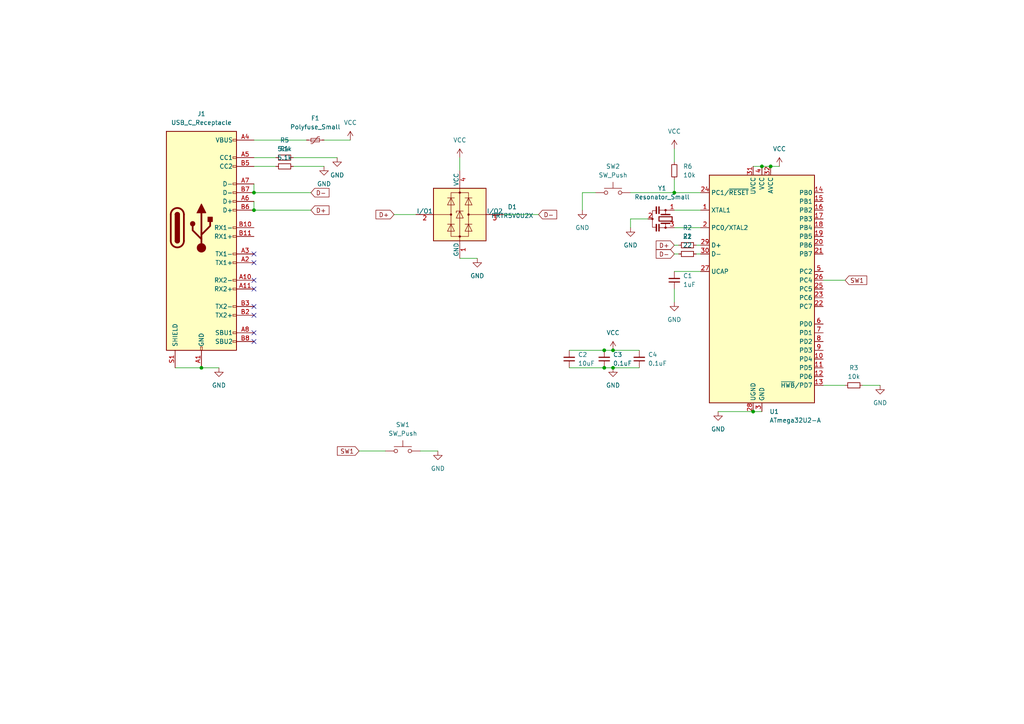
<source format=kicad_sch>
(kicad_sch (version 20230121) (generator eeschema)
  (paper "A4")
  (lib_symbols
    (symbol "Connector:USB_C_Receptacle" (pin_names (offset 1.016))
      (property "Reference" "J" (at -10.16 29.21 0))
      (property "Value" "USB_C_Receptacle" (at 10.16 29.21 0))
      (symbol "USB_C_Receptacle_0_0"
        (rectangle (start -0.254 -35.56) (end 0.254 -34.544))
        (rectangle (start 10.16 -32.766) (end 9.144 -33.274))
        (rectangle (start 10.16 -30.226) (end 9.144 -30.734))
        (rectangle (start 10.16 -25.146) (end 9.144 -25.654))
        (rectangle (start 10.16 -22.606) (end 9.144 -23.114))
        (rectangle (start 10.16 -17.526) (end 9.144 -18.034))
        (rectangle (start 10.16 -14.986) (end 9.144 -15.494))
        (rectangle (start 10.16 -9.906) (end 9.144 -10.414))
        (rectangle (start 10.16 -7.366) (end 9.144 -7.874))
        (rectangle (start 10.16 -2.286) (end 9.144 -2.794))
        (rectangle (start 10.16 0.254) (end 9.144 -0.254))
        (rectangle (start 10.16 5.334) (end 9.144 4.826))
        (rectangle (start 10.16 7.874) (end 9.144 7.366))
        (rectangle (start 10.16 10.414) (end 9.144 9.906))
        (rectangle (start 10.16 12.954) (end 9.144 12.446))
        (rectangle (start 10.16 18.034) (end 9.144 17.526))
        (rectangle (start 10.16 20.574) (end 9.144 20.066))
        (rectangle (start 10.16 25.654) (end 9.144 25.146))
      )
      (symbol "USB_C_Receptacle_0_1"
        (rectangle (start -10.16 27.94) (end 10.16 -35.56) (stroke (width 0.254)) (fill (type background)))
        (arc (start -8.89 -3.81) (mid -6.985 -5.7067) (end -5.08 -3.81) (stroke (width 0.508)))
        (arc (start -7.62 -3.81) (mid -6.985 -4.4423) (end -6.35 -3.81) (stroke (width 0.254)))
        (arc (start -7.62 -3.81) (mid -6.985 -4.4423) (end -6.35 -3.81) (stroke (width 0.254)) (fill (type outline)))
        (rectangle (start -7.62 -3.81) (end -6.35 3.81) (stroke (width 0.254)) (fill (type outline)))
        (arc (start -6.35 3.81) (mid -6.985 4.4423) (end -7.62 3.81) (stroke (width 0.254)))
        (arc (start -6.35 3.81) (mid -6.985 4.4423) (end -7.62 3.81) (stroke (width 0.254)) (fill (type outline)))
        (arc (start -5.08 3.81) (mid -6.985 5.7067) (end -8.89 3.81) (stroke (width 0.508)))
        (polyline (pts (xy -8.89 -3.81) (xy -8.89 3.81)) (stroke (width 0.508)))
        (polyline (pts (xy -5.08 3.81) (xy -5.08 -3.81)) (stroke (width 0.508)))
      )
      (symbol "USB_C_Receptacle_1_1"
        (circle (center -2.54 1.143) (radius 0.635) (stroke (width 0.254)) (fill (type outline)))
        (circle (center 0 -5.842) (radius 1.27) (fill (type outline)))
        (polyline (pts (xy 0 -5.842) (xy 0 4.318)) (stroke (width 0.508)))
        (polyline (pts (xy 0 -3.302) (xy -2.54 -0.762) (xy -2.54 0.508)) (stroke (width 0.508)))
        (polyline (pts (xy 0 -2.032) (xy 2.54 0.508) (xy 2.54 1.778)) (stroke (width 0.508)))
        (polyline (pts (xy -1.27 4.318) (xy 0 6.858) (xy 1.27 4.318) (xy -1.27 4.318)) (stroke (width 0.254)) (fill (type outline)))
        (rectangle (start 1.905 1.778) (end 3.175 3.048) (stroke (width 0.254)) (fill (type outline)))
        (pin passive line (at 0 -40.64 90) (length 5.08) (name "GND") (number "A1"))
        (pin bidirectional line (at 15.24 -15.24 180) (length 5.08) (name "RX2-") (number "A10"))
        (pin bidirectional line (at 15.24 -17.78 180) (length 5.08) (name "RX2+") (number "A11"))
        (pin passive line (at 0 -40.64 90) (length 5.08) hide (name "GND") (number "A12"))
        (pin bidirectional line (at 15.24 -10.16 180) (length 5.08) (name "TX1+") (number "A2"))
        (pin bidirectional line (at 15.24 -7.62 180) (length 5.08) (name "TX1-") (number "A3"))
        (pin passive line (at 15.24 25.4 180) (length 5.08) (name "VBUS") (number "A4"))
        (pin bidirectional line (at 15.24 20.32 180) (length 5.08) (name "CC1") (number "A5"))
        (pin bidirectional line (at 15.24 7.62 180) (length 5.08) (name "D+") (number "A6"))
        (pin bidirectional line (at 15.24 12.7 180) (length 5.08) (name "D-") (number "A7"))
        (pin bidirectional line (at 15.24 -30.48 180) (length 5.08) (name "SBU1") (number "A8"))
        (pin passive line (at 15.24 25.4 180) (length 5.08) hide (name "VBUS") (number "A9"))
        (pin passive line (at 0 -40.64 90) (length 5.08) hide (name "GND") (number "B1"))
        (pin bidirectional line (at 15.24 0 180) (length 5.08) (name "RX1-") (number "B10"))
        (pin bidirectional line (at 15.24 -2.54 180) (length 5.08) (name "RX1+") (number "B11"))
        (pin passive line (at 0 -40.64 90) (length 5.08) hide (name "GND") (number "B12"))
        (pin bidirectional line (at 15.24 -25.4 180) (length 5.08) (name "TX2+") (number "B2"))
        (pin bidirectional line (at 15.24 -22.86 180) (length 5.08) (name "TX2-") (number "B3"))
        (pin passive line (at 15.24 25.4 180) (length 5.08) hide (name "VBUS") (number "B4"))
        (pin bidirectional line (at 15.24 17.78 180) (length 5.08) (name "CC2") (number "B5"))
        (pin bidirectional line (at 15.24 5.08 180) (length 5.08) (name "D+") (number "B6"))
        (pin bidirectional line (at 15.24 10.16 180) (length 5.08) (name "D-") (number "B7"))
        (pin bidirectional line (at 15.24 -33.02 180) (length 5.08) (name "SBU2") (number "B8"))
        (pin passive line (at 15.24 25.4 180) (length 5.08) hide (name "VBUS") (number "B9"))
        (pin passive line (at -7.62 -40.64 90) (length 5.08) (name "SHIELD") (number "S1"))
      )
    )
    (symbol "Device:C_Small" (pin_numbers hide) (pin_names (offset 0.254) hide)
      (property "Reference" "C" (at 0.254 1.778 0))
      (property "Value" "C_Small" (at 0.254 -2.032 0))
      (symbol "C_Small_0_1"
        (polyline (pts (xy -1.524 -0.508) (xy 1.524 -0.508)) (stroke (width 0.3302)))
        (polyline (pts (xy -1.524 0.508) (xy 1.524 0.508)) (stroke (width 0.3048)))
      )
      (symbol "C_Small_1_1"
        (pin passive line (at 0 2.54 270) (length 2.032) (name "~") (number "1"))
        (pin passive line (at 0 -2.54 90) (length 2.032) (name "~") (number "2"))
      )
    )
    (symbol "Device:Polyfuse_Small" (pin_numbers hide) (pin_names (offset 0))
      (property "Reference" "F" (at -1.905 0 90))
      (property "Value" "Polyfuse_Small" (at 1.905 0 90))
      (symbol "Polyfuse_Small_0_1"
        (rectangle (start -0.508 1.27) (end 0.508 -1.27))
        (polyline (pts (xy 0 2.54) (xy 0 -2.54)))
        (polyline (pts (xy -1.016 1.27) (xy -1.016 0.762) (xy 1.016 -0.762) (xy 1.016 -1.27)))
      )
      (symbol "Polyfuse_Small_1_1"
        (pin passive line (at 0 2.54 270) (length 0.635) (name "~") (number "1"))
        (pin passive line (at 0 -2.54 90) (length 0.635) (name "~") (number "2"))
      )
    )
    (symbol "Device:R_Small" (pin_numbers hide) (pin_names (offset 0.254) hide)
      (property "Reference" "R" (at 0.762 0.508 0))
      (property "Value" "R_Small" (at 0.762 -1.016 0))
      (symbol "R_Small_0_1"
        (rectangle (start -0.762 1.778) (end 0.762 -1.778) (stroke (width 0.2032)))
      )
      (symbol "R_Small_1_1"
        (pin passive line (at 0 2.54 270) (length 0.762) (name "~") (number "1"))
        (pin passive line (at 0 -2.54 90) (length 0.762) (name "~") (number "2"))
      )
    )
    (symbol "Device:Resonator_Small" (pin_names (offset 1.016) hide)
      (property "Reference" "Y" (at 3.175 1.905 0))
      (property "Value" "Resonator_Small" (at 3.175 0 0))
      (symbol "Resonator_Small_0_1"
        (rectangle (start -3.556 -2.54) (end -1.524 -2.794) (fill (type outline)))
        (rectangle (start -3.556 -1.778) (end -1.524 -2.032) (fill (type outline)))
        (circle (center -2.54 0) (radius 0.254) (fill (type outline)))
        (rectangle (start -0.635 1.905) (end 0.635 -1.905) (stroke (width 0.3048)))
        (circle (center 0 -3.81) (radius 0.254) (fill (type outline)))
        (polyline (pts (xy -2.54 -1.778) (xy -2.54 0)))
        (polyline (pts (xy -2.54 0) (xy -1.397 0)))
        (polyline (pts (xy -2.54 1.27) (xy -2.54 0)))
        (polyline (pts (xy -1.27 -1.27) (xy -1.27 1.27)) (stroke (width 0.381)))
        (polyline (pts (xy 1.27 -1.27) (xy 1.27 1.27)) (stroke (width 0.381)))
        (polyline (pts (xy 1.27 0) (xy 2.54 0)))
        (polyline (pts (xy 2.54 0) (xy 2.54 -1.778)))
        (polyline (pts (xy 2.54 1.27) (xy 2.54 0)))
        (polyline (pts (xy 2.413 -2.794) (xy 2.413 -3.81) (xy -2.413 -3.81) (xy -2.413 -2.667)))
        (rectangle (start 1.524 -2.54) (end 3.556 -2.794) (fill (type outline)))
        (rectangle (start 1.524 -1.778) (end 3.556 -2.032) (fill (type outline)))
        (circle (center 2.54 0) (radius 0.254) (fill (type outline)))
      )
      (symbol "Resonator_Small_1_1"
        (pin passive line (at -2.54 2.54 270) (length 1.27) (name "1") (number "1"))
        (pin passive line (at 0 -5.08 90) (length 1.27) (name "2") (number "2"))
        (pin passive line (at 2.54 2.54 270) (length 1.27) (name "3") (number "3"))
      )
    )
    (symbol "MCU_Microchip_ATmega:ATmega32U2-A"
      (property "Reference" "U" (at -15.24 34.29 0))
      (property "Value" "ATmega32U2-A" (at 2.54 -34.29 0))
      (symbol "ATmega32U2-A_0_1"
        (rectangle (start -15.24 -33.02) (end 15.24 33.02) (stroke (width 0.254)) (fill (type background)))
      )
      (symbol "ATmega32U2-A_1_1"
        (pin input line (at -17.78 22.86 0) (length 2.54) (name "XTAL1") (number "1"))
        (pin bidirectional line (at 17.78 -20.32 180) (length 2.54) (name "PD4") (number "10"))
        (pin bidirectional line (at 17.78 -22.86 180) (length 2.54) (name "PD5") (number "11"))
        (pin bidirectional line (at 17.78 -25.4 180) (length 2.54) (name "PD6") (number "12"))
        (pin bidirectional line (at 17.78 -27.94 180) (length 2.54) (name "~{HWB}/PD7") (number "13"))
        (pin bidirectional line (at 17.78 27.94 180) (length 2.54) (name "PB0") (number "14"))
        (pin bidirectional line (at 17.78 25.4 180) (length 2.54) (name "PB1") (number "15"))
        (pin bidirectional line (at 17.78 22.86 180) (length 2.54) (name "PB2") (number "16"))
        (pin bidirectional line (at 17.78 20.32 180) (length 2.54) (name "PB3") (number "17"))
        (pin bidirectional line (at 17.78 17.78 180) (length 2.54) (name "PB4") (number "18"))
        (pin bidirectional line (at 17.78 15.24 180) (length 2.54) (name "PB5") (number "19"))
        (pin bidirectional line (at -17.78 17.78 0) (length 2.54) (name "PC0/XTAL2") (number "2"))
        (pin bidirectional line (at 17.78 12.7 180) (length 2.54) (name "PB6") (number "20"))
        (pin bidirectional line (at 17.78 10.16 180) (length 2.54) (name "PB7") (number "21"))
        (pin bidirectional line (at 17.78 -5.08 180) (length 2.54) (name "PC7") (number "22"))
        (pin bidirectional line (at 17.78 -2.54 180) (length 2.54) (name "PC6") (number "23"))
        (pin bidirectional line (at -17.78 27.94 0) (length 2.54) (name "PC1/~{RESET}") (number "24"))
        (pin bidirectional line (at 17.78 0 180) (length 2.54) (name "PC5") (number "25"))
        (pin bidirectional line (at 17.78 2.54 180) (length 2.54) (name "PC4") (number "26"))
        (pin passive line (at -17.78 5.08 0) (length 2.54) (name "UCAP") (number "27"))
        (pin power_in line (at -2.54 -35.56 90) (length 2.54) (name "UGND") (number "28"))
        (pin bidirectional line (at -17.78 12.7 0) (length 2.54) (name "D+") (number "29"))
        (pin power_in line (at 0 -35.56 90) (length 2.54) (name "GND") (number "3"))
        (pin bidirectional line (at -17.78 10.16 0) (length 2.54) (name "D-") (number "30"))
        (pin power_in line (at -2.54 35.56 270) (length 2.54) (name "UVCC") (number "31"))
        (pin power_in line (at 2.54 35.56 270) (length 2.54) (name "AVCC") (number "32"))
        (pin power_in line (at 0 35.56 270) (length 2.54) (name "VCC") (number "4"))
        (pin bidirectional line (at 17.78 5.08 180) (length 2.54) (name "PC2") (number "5"))
        (pin bidirectional line (at 17.78 -10.16 180) (length 2.54) (name "PD0") (number "6"))
        (pin bidirectional line (at 17.78 -12.7 180) (length 2.54) (name "PD1") (number "7"))
        (pin bidirectional line (at 17.78 -15.24 180) (length 2.54) (name "PD2") (number "8"))
        (pin bidirectional line (at 17.78 -17.78 180) (length 2.54) (name "PD3") (number "9"))
      )
    )
    (symbol "Power_Protection:PRTR5V0U2X" (pin_names (offset 0))
      (property "Reference" "D" (at 2.794 8.636 0))
      (property "Value" "PRTR5V0U2X" (at 8.128 -9.398 0))
      (symbol "PRTR5V0U2X_0_1"
        (rectangle (start -7.62 -7.62) (end 7.62 7.62) (stroke (width 0.254)) (fill (type background)))
        (circle (center -2.54 0) (radius 0.254) (fill (type outline)))
        (rectangle (start -2.54 6.35) (end 2.54 -6.35))
        (circle (center 0 -6.35) (radius 0.254) (fill (type outline)))
        (polyline (pts (xy -2.54 0) (xy -7.62 0)))
        (polyline (pts (xy -1.524 -2.794) (xy -3.556 -2.794)))
        (polyline (pts (xy -1.524 4.826) (xy -3.556 4.826)))
        (polyline (pts (xy 0 -7.62) (xy 0 7.62)))
        (polyline (pts (xy 1.524 -2.794) (xy 3.556 -2.794)))
        (polyline (pts (xy 1.524 4.826) (xy 3.556 4.826)))
        (polyline (pts (xy 2.54 0) (xy 7.62 0)))
        (polyline (pts (xy 1.016 1.016) (xy -1.016 1.016) (xy -1.016 0.508)))
        (polyline (pts (xy -3.556 -4.826) (xy -1.524 -4.826) (xy -2.54 -2.794) (xy -3.556 -4.826)))
        (polyline (pts (xy -3.556 2.794) (xy -1.524 2.794) (xy -2.54 4.826) (xy -3.556 2.794)))
        (polyline (pts (xy -1.016 -1.016) (xy 1.016 -1.016) (xy 0 1.016) (xy -1.016 -1.016)))
        (polyline (pts (xy 3.556 -4.826) (xy 1.524 -4.826) (xy 2.54 -2.794) (xy 3.556 -4.826)))
        (polyline (pts (xy 3.556 2.794) (xy 1.524 2.794) (xy 2.54 4.826) (xy 3.556 2.794)))
        (circle (center 0 6.35) (radius 0.254) (fill (type outline)))
        (circle (center 2.54 0) (radius 0.254) (fill (type outline)))
      )
      (symbol "PRTR5V0U2X_1_1"
        (pin passive line (at 0 -12.7 90) (length 5.08) (name "GND") (number "1"))
        (pin passive line (at -12.7 0 0) (length 5.08) (name "I/O1") (number "2"))
        (pin passive line (at 12.7 0 180) (length 5.08) (name "I/O2") (number "3"))
        (pin passive line (at 0 12.7 270) (length 5.08) (name "VCC") (number "4"))
      )
    )
    (symbol "Switch:SW_Push" (pin_numbers hide) (pin_names (offset 1.016) hide)
      (property "Reference" "SW" (at 1.27 2.54 0))
      (property "Value" "SW_Push" (at 0 -1.524 0))
      (symbol "SW_Push_0_1"
        (circle (center -2.032 0) (radius 0.508))
        (polyline (pts (xy 0 1.27) (xy 0 3.048)))
        (polyline (pts (xy 2.54 1.27) (xy -2.54 1.27)))
        (circle (center 2.032 0) (radius 0.508))
        (pin passive line (at -5.08 0 0) (length 2.54) (name "1") (number "1"))
        (pin passive line (at 5.08 0 180) (length 2.54) (name "2") (number "2"))
      )
    )
    (symbol "power:GND" (power) (pin_names (offset 0))
      (property "Value" "GND" (at 0 -3.81 0))
      (symbol "GND_0_1"
        (polyline (pts (xy 0 0) (xy 0 -1.27) (xy 1.27 -1.27) (xy 0 -2.54) (xy -1.27 -1.27) (xy 0 -1.27)))
      )
      (symbol "GND_1_1"
        (pin power_in line (at 0 0 270) (length 0) hide (name "GND") (number "1"))
      )
    )
    (symbol "power:VCC" (power) (pin_names (offset 0))
      (property "Value" "VCC" (at 0 3.81 0))
      (symbol "VCC_0_1"
        (polyline (pts (xy -0.762 1.27) (xy 0 2.54)))
        (polyline (pts (xy 0 0) (xy 0 2.54)))
        (polyline (pts (xy 0 2.54) (xy 0.762 1.27)))
      )
      (symbol "VCC_1_1"
        (pin power_in line (at 0 0 90) (length 0) hide (name "VCC") (number "1"))
      )
    )
  )
  (junction (at 73.66 55.88))
  (junction (at 195.58 55.88))
  (junction (at 220.98 48.26))
  (junction (at 177.8 106.68))
  (junction (at 177.8 101.6))
  (junction (at 223.52 48.26))
  (junction (at 218.44 119.38))
  (junction (at 175.26 106.68))
  (junction (at 175.26 101.6))
  (junction (at 58.42 106.68))
  (junction (at 73.66 60.96))
  (no_connect (at 73.66 73.66))
  (no_connect (at 73.66 81.28))
  (no_connect (at 73.66 96.52))
  (no_connect (at 73.66 83.82))
  (no_connect (at 73.66 76.2))
  (no_connect (at 73.66 88.9))
  (no_connect (at 73.66 99.06))
  (no_connect (at 73.66 91.44))
  (wire (pts (xy 104.14 130.81) (xy 111.76 130.81)))
  (wire (pts (xy 218.44 119.38) (xy 220.98 119.38)))
  (wire (pts (xy 177.8 101.6) (xy 185.42 101.6)))
  (wire (pts (xy 63.5 106.68) (xy 58.42 106.68)))
  (wire (pts (xy 201.93 73.66) (xy 203.2 73.66)))
  (wire (pts (xy 195.58 66.04) (xy 203.2 66.04)))
  (wire (pts (xy 195.58 55.88) (xy 203.2 55.88)))
  (wire (pts (xy 220.98 48.26) (xy 218.44 48.26)))
  (wire (pts (xy 182.88 55.88) (xy 195.58 55.88)))
  (wire (pts (xy 182.88 63.5) (xy 182.88 66.04)))
  (wire (pts (xy 226.06 48.26) (xy 223.52 48.26)))
  (wire (pts (xy 133.35 45.72) (xy 133.35 49.53)))
  (wire (pts (xy 175.26 101.6) (xy 177.8 101.6)))
  (wire (pts (xy 201.93 71.12) (xy 203.2 71.12)))
  (wire (pts (xy 138.43 74.93) (xy 133.35 74.93)))
  (wire (pts (xy 58.42 106.68) (xy 50.8 106.68)))
  (wire (pts (xy 88.9 40.64) (xy 73.66 40.64)))
  (wire (pts (xy 168.91 55.88) (xy 168.91 60.96)))
  (wire (pts (xy 73.66 58.42) (xy 73.66 60.96)))
  (wire (pts (xy 101.6 40.64) (xy 93.98 40.64)))
  (wire (pts (xy 73.66 60.96) (xy 90.17 60.96)))
  (wire (pts (xy 255.27 111.76) (xy 250.19 111.76)))
  (wire (pts (xy 175.26 106.68) (xy 177.8 106.68)))
  (wire (pts (xy 165.1 106.68) (xy 175.26 106.68)))
  (wire (pts (xy 156.21 62.23) (xy 146.05 62.23)))
  (wire (pts (xy 73.66 48.26) (xy 80.01 48.26)))
  (wire (pts (xy 195.58 71.12) (xy 196.85 71.12)))
  (wire (pts (xy 195.58 87.63) (xy 195.58 83.82)))
  (wire (pts (xy 165.1 101.6) (xy 175.26 101.6)))
  (wire (pts (xy 114.3 62.23) (xy 120.65 62.23)))
  (wire (pts (xy 195.58 73.66) (xy 196.85 73.66)))
  (wire (pts (xy 245.11 111.76) (xy 238.76 111.76)))
  (wire (pts (xy 73.66 45.72) (xy 80.01 45.72)))
  (wire (pts (xy 85.09 45.72) (xy 97.79 45.72)))
  (wire (pts (xy 187.96 63.5) (xy 182.88 63.5)))
  (wire (pts (xy 195.58 78.74) (xy 203.2 78.74)))
  (wire (pts (xy 93.98 48.26) (xy 85.09 48.26)))
  (wire (pts (xy 172.72 55.88) (xy 168.91 55.88)))
  (wire (pts (xy 73.66 55.88) (xy 90.17 55.88)))
  (wire (pts (xy 73.66 53.34) (xy 73.66 55.88)))
  (wire (pts (xy 208.28 119.38) (xy 218.44 119.38)))
  (wire (pts (xy 177.8 106.68) (xy 185.42 106.68)))
  (wire (pts (xy 245.11 81.28) (xy 238.76 81.28)))
  (wire (pts (xy 195.58 43.18) (xy 195.58 46.99)))
  (wire (pts (xy 223.52 48.26) (xy 220.98 48.26)))
  (wire (pts (xy 195.58 52.07) (xy 195.58 55.88)))
  (wire (pts (xy 195.58 60.96) (xy 203.2 60.96)))
  (wire (pts (xy 121.92 130.81) (xy 127 130.81)))
  (global_label "SW1" (shape input) (at 104.14 130.81 180) (property "Intersheetrefs" "${INTERSHEET_REFS}" (effects hide)))
  (global_label "SW1" (shape input) (at 245.11 81.28 0) (property "Intersheetrefs" "${INTERSHEET_REFS}" (effects hide)))
  (global_label "D+" (shape input) (at 114.3 62.23 180) (property "Intersheetrefs" "${INTERSHEET_REFS}" (effects hide)))
  (global_label "D+" (shape input) (at 195.58 71.12 180) (property "Intersheetrefs" "${INTERSHEET_REFS}" (effects hide)))
  (global_label "D+" (shape input) (at 90.17 60.96 0) (property "Intersheetrefs" "${INTERSHEET_REFS}" (effects hide)))
  (global_label "D-" (shape input) (at 90.17 55.88 0) (property "Intersheetrefs" "${INTERSHEET_REFS}" (effects hide)))
  (global_label "D-" (shape input) (at 156.21 62.23 0) (property "Intersheetrefs" "${INTERSHEET_REFS}" (effects hide)))
  (global_label "D-" (shape input) (at 195.58 73.66 180) (property "Intersheetrefs" "${INTERSHEET_REFS}" (effects hide)))
  (symbol (lib_id "power:GND") (at 208.28 119.38 0) (unit 1)
    (property "Reference" "#PWR02" (effects hide))
    (property "Value" "GND" (at 208.28 124.46 0))
  )
  (symbol (lib_id "Device:R_Small") (at 195.58 49.53 180) (unit 1)
    (property "Reference" "R6" (at 198.12 48.26 0) (effects (justify right)))
    (property "Value" "10k" (at 198.12 50.8 0) (effects (justify right)))
    (property "Footprint" "Resistor_SMD:R_0603_1608Metric" (effects hide))
  )
  (symbol (lib_id "power:GND") (at 93.98 48.26 0) (unit 1)
    (property "Reference" "#PWR08" (effects hide))
    (property "Value" "GND" (at 93.98 53.34 0))
  )
  (symbol (lib_id "Device:R_Small") (at 199.39 73.66 90) (unit 1)
    (property "Reference" "R1" (at 199.39 68.58 90))
    (property "Value" "22" (at 199.39 71.12 90))
    (property "Footprint" "Resistor_SMD:R_0603_1608Metric" (effects hide))
  )
  (symbol (lib_id "Device:C_Small") (at 195.58 81.28 180) (unit 1)
    (property "Reference" "C1" (at 198.12 80.0036 0) (effects (justify right)))
    (property "Value" "1uF" (at 198.12 82.5436 0) (effects (justify right)))
    (property "Footprint" "Capacitor_SMD:C_0603_1608Metric" (effects hide))
  )
  (symbol (lib_id "power:GND") (at 177.8 106.68 0) (unit 1)
    (property "Reference" "#PWR012" (effects hide))
    (property "Value" "GND" (at 177.8 111.76 0))
  )
  (symbol (lib_id "power:GND") (at 182.88 66.04 0) (unit 1)
    (property "Reference" "#PWR013" (effects hide))
    (property "Value" "GND" (at 182.88 71.12 0))
  )
  (symbol (lib_id "Switch:SW_Push") (at 116.84 130.81 0) (unit 1)
    (property "Reference" "SW1" (at 116.84 123.19 0))
    (property "Value" "SW_Push" (at 116.84 125.73 0))
    (property "Footprint" "MX_Solderable:MX-Solderable-ISO" (effects hide))
  )
  (symbol (lib_id "power:VCC") (at 177.8 101.6 0) (unit 1)
    (property "Reference" "#PWR011" (effects hide))
    (property "Value" "VCC" (at 177.8 96.52 0))
  )
  (symbol (lib_id "Power_Protection:PRTR5V0U2X") (at 133.35 62.23 0) (unit 1)
    (property "Reference" "D1" (at 148.59 60.0141 0))
    (property "Value" "PRTR5V0U2X" (at 148.59 62.5541 0))
    (property "Footprint" "Package_TO_SOT_SMD:SOT-143" (effects hide))
    (property "Datasheet" "https://assets.nexperia.com/documents/data-sheet/PRTR5V0U2X.pdf" (effects hide))
  )
  (symbol (lib_id "Device:R_Small") (at 199.39 71.12 90) (unit 1)
    (property "Reference" "R2" (at 199.39 66.04 90))
    (property "Value" "22" (at 199.39 68.58 90))
    (property "Footprint" "Resistor_SMD:R_0603_1608Metric" (effects hide))
  )
  (symbol (lib_id "Connector:USB_C_Receptacle") (at 58.42 66.04 0) (unit 1)
    (property "Reference" "J1" (at 58.42 33.02 0))
    (property "Value" "USB_C_Receptacle" (at 58.42 35.56 0))
    (property "Footprint" "Connector_USB:USB_C_Receptacle_HRO_TYPE-C-31-M-12" (effects hide))
    (property "Datasheet" "https://www.usb.org/sites/default/files/documents/usb_type-c.zip" (effects hide))
  )
  (symbol (lib_id "power:GND") (at 195.58 87.63 0) (unit 1)
    (property "Reference" "#PWR09" (effects hide))
    (property "Value" "GND" (at 195.58 92.71 0))
  )
  (symbol (lib_id "power:GND") (at 138.43 74.93 0) (unit 1)
    (property "Reference" "#PWR03" (effects hide))
    (property "Value" "GND" (at 138.43 80.01 0))
  )
  (symbol (lib_id "MCU_Microchip_ATmega:ATmega32U2-A") (at 220.98 83.82 0) (unit 1)
    (property "Reference" "U1" (at 223.1741 119.38 0) (effects (justify left)))
    (property "Value" "ATmega32U2-A" (at 223.1741 121.92 0) (effects (justify left)))
    (property "Footprint" "Package_QFP:TQFP-32_7x7mm_P0.8mm" (effects hide))
    (property "Datasheet" "http://ww1.microchip.com/downloads/en/DeviceDoc/doc7799.pdf" (effects hide))
  )
  (symbol (lib_id "power:GND") (at 168.91 60.96 0) (unit 1)
    (property "Reference" "#PWR014" (effects hide))
    (property "Value" "GND" (at 168.91 66.04 0))
  )
  (symbol (lib_id "Device:R_Small") (at 82.55 48.26 90) (unit 1)
    (property "Reference" "R4" (at 82.55 43.18 90))
    (property "Value" "5.1k" (at 82.55 45.72 90))
    (property "Footprint" "Resistor_SMD:R_0603_1608Metric" (effects hide))
  )
  (symbol (lib_id "Device:R_Small") (at 247.65 111.76 90) (unit 1)
    (property "Reference" "R3" (at 247.65 106.68 90))
    (property "Value" "10k" (at 247.65 109.22 90))
    (property "Footprint" "Resistor_SMD:R_0603_1608Metric" (effects hide))
  )
  (symbol (lib_id "Device:C_Small") (at 175.26 104.14 180) (unit 1)
    (property "Reference" "C3" (at 177.8 102.8636 0) (effects (justify right)))
    (property "Value" "0.1uF" (at 177.8 105.4036 0) (effects (justify right)))
    (property "Footprint" "Capacitor_SMD:C_0603_1608Metric" (effects hide))
  )
  (symbol (lib_id "power:VCC") (at 101.6 40.64 0) (unit 1)
    (property "Reference" "#PWR04" (effects hide))
    (property "Value" "VCC" (at 101.6 35.56 0))
  )
  (symbol (lib_id "Device:Polyfuse_Small") (at 91.44 40.64 90) (unit 1)
    (property "Reference" "F1" (at 91.44 34.29 90))
    (property "Value" "Polyfuse_Small" (at 91.44 36.83 90))
    (property "Footprint" "Fuse:Fuse_0805_2012Metric" (effects hide))
  )
  (symbol (lib_id "power:VCC") (at 195.58 43.18 0) (unit 1)
    (property "Reference" "#PWR015" (effects hide))
    (property "Value" "VCC" (at 195.58 38.1 0))
  )
  (symbol (lib_id "power:GND") (at 255.27 111.76 0) (unit 1)
    (property "Reference" "#PWR010" (effects hide))
    (property "Value" "GND" (at 255.27 116.84 0))
  )
  (symbol (lib_id "Device:Resonator_Small") (at 193.04 63.5 270) (unit 1)
    (property "Reference" "Y1" (at 192.0367 54.61 90))
    (property "Value" "Resonator_Small" (at 192.0367 57.15 90))
    (property "Footprint" "Crystal:Resonator_SMD_Murata_CSTxExxV-3Pin_3.0x1.1mm" (effects hide))
  )
  (symbol (lib_id "power:VCC") (at 133.35 45.72 0) (unit 1)
    (property "Reference" "#PWR05" (effects hide))
    (property "Value" "VCC" (at 133.35 40.64 0))
  )
  (symbol (lib_id "power:GND") (at 63.5 106.68 0) (unit 1)
    (property "Reference" "#PWR01" (effects hide))
    (property "Value" "GND" (at 63.5 111.76 0))
  )
  (symbol (lib_id "Device:C_Small") (at 185.42 104.14 180) (unit 1)
    (property "Reference" "C4" (at 187.96 102.8636 0) (effects (justify right)))
    (property "Value" "0.1uF" (at 187.96 105.4036 0) (effects (justify right)))
    (property "Footprint" "Capacitor_SMD:C_0603_1608Metric" (effects hide))
  )
  (symbol (lib_id "Device:C_Small") (at 165.1 104.14 180) (unit 1)
    (property "Reference" "C2" (at 167.64 102.8636 0) (effects (justify right)))
    (property "Value" "10uF" (at 167.64 105.4036 0) (effects (justify right)))
    (property "Footprint" "Capacitor_SMD:C_0603_1608Metric" (effects hide))
  )
  (symbol (lib_id "Device:R_Small") (at 82.55 45.72 90) (unit 1)
    (property "Reference" "R5" (at 82.55 40.64 90))
    (property "Value" "5.1k" (at 82.55 43.18 90))
    (property "Footprint" "Resistor_SMD:R_0603_1608Metric" (effects hide))
  )
  (symbol (lib_id "power:GND") (at 97.79 45.72 0) (unit 1)
    (property "Reference" "#PWR07" (effects hide))
    (property "Value" "GND" (at 97.79 50.8 0))
  )
  (symbol (lib_id "power:VCC") (at 226.06 48.26 0) (unit 1)
    (property "Reference" "#PWR06" (effects hide))
    (property "Value" "VCC" (at 226.06 43.18 0))
  )
  (symbol (lib_id "Switch:SW_Push") (at 177.8 55.88 0) (unit 1)
    (property "Reference" "SW2" (at 177.8 48.26 0))
    (property "Value" "SW_Push" (at 177.8 50.8 0))
    (property "Footprint" "Button_Switch_SMD:SW_SPST_TL3342" (effects hide))
  )
  (symbol (lib_id "power:GND") (at 127 130.81 0) (unit 1)
    (property "Reference" "#PWR016" (effects hide))
    (property "Value" "GND" (at 127 135.89 0))
  )
)
</source>
